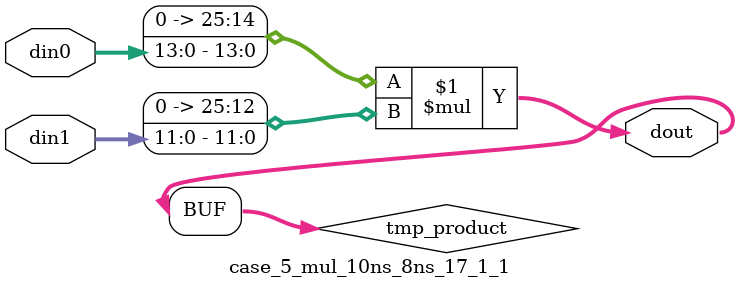
<source format=v>

`timescale 1 ns / 1 ps

 (* use_dsp = "no" *)  module case_5_mul_10ns_8ns_17_1_1(din0, din1, dout);
parameter ID = 1;
parameter NUM_STAGE = 0;
parameter din0_WIDTH = 14;
parameter din1_WIDTH = 12;
parameter dout_WIDTH = 26;

input [din0_WIDTH - 1 : 0] din0; 
input [din1_WIDTH - 1 : 0] din1; 
output [dout_WIDTH - 1 : 0] dout;

wire signed [dout_WIDTH - 1 : 0] tmp_product;
























assign tmp_product = $signed({1'b0, din0}) * $signed({1'b0, din1});











assign dout = tmp_product;





















endmodule

</source>
